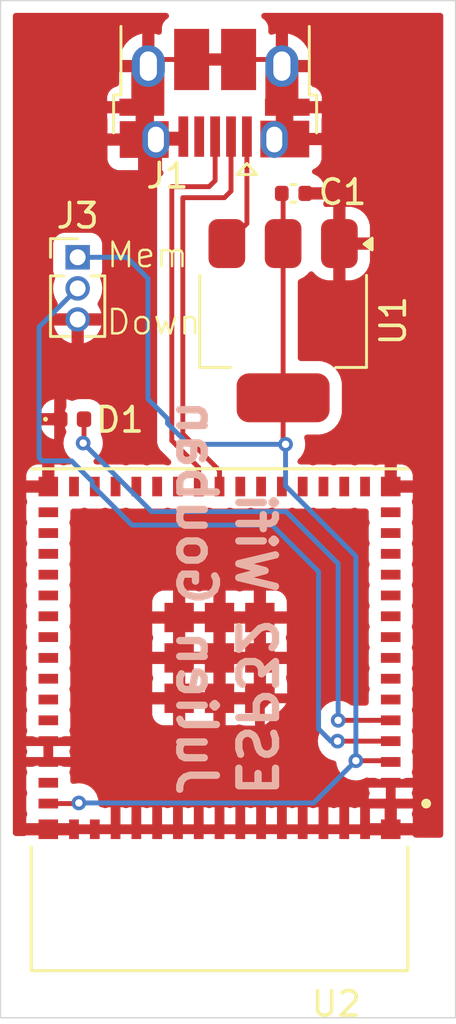
<source format=kicad_pcb>
(kicad_pcb (version 20240108) (generator "pcbnew") (generator_version "8.0")
  (layers (0 "F.Cu" signal) (31 "B.Cu" signal) (34 "B.Paste" user) (35 "F.Paste" user) (36 "B.SilkS" user "B.Silkscreen") (37 "F.SilkS" user "F.Silkscreen") (38 "B.Mask" user) (39 "F.Mask" user) (44 "Edge.Cuts" user))
  (net 0 "")
  (net 1 "+3.3V")
  (net 2 "GND")
  (net 3 "/GPIO1")
  (net 4 "/USB_D+")
  (net 5 "/USB_D-")
  (net 7 "Net-(J1-VBUS)")
  (net 8 "Net-(J3-Pin_2)")
  (footprint "Capacitor_SMD:C_0402_1005Metric" (layer "F.Cu") (at 22.975 19.725)
    (property "Reference" "C1" (at 2.005 -0.05 0) (layer "F.SilkS"))
    (property "Value" "100nf" (hide yes))
    (fp_line (start -0.107836 -0.36) (end 0.107836 -0.36) (stroke (width 0.12)) (layer "F.SilkS"))
    (fp_line (start -0.107836 0.36) (end 0.107836 0.36) (stroke (width 0.12)) (layer "F.SilkS"))
    (pad "1" smd roundrect (at -0.48 0) (size 0.56 0.62) (layers "F.Cu" "F.Paste" "F.Mask") (net 1 "+3.3V"))
    (pad "2" smd roundrect (at 0.48 0) (size 0.56 0.62) (layers "F.Cu" "F.Paste" "F.Mask") (net 2 "GND"))
  )
  (footprint "Connector_PinHeader_1.27mm:PinHeader_1x03_P1.27mm_Vertical" (layer "F.Cu") (at 14.15 22.335)
    (property "Reference" "J3" (at 0 -1.695 0) (layer "F.SilkS"))
    (property "Value" "Conn_01x03_Pin" (hide yes))
    (fp_line (start -1.11 -0.76) (end 0 -0.76) (stroke (width 0.12)) (layer "F.SilkS"))
    (fp_line (start -1.11 0) (end -1.11 -0.76) (stroke (width 0.12)) (layer "F.SilkS"))
    (fp_line (start -1.11 0.76) (end -1.11 3.235) (stroke (width 0.12)) (layer "F.SilkS"))
    (fp_line (start -1.11 0.76) (end -0.563471 0.76) (stroke (width 0.12)) (layer "F.SilkS"))
    (fp_line (start -1.11 3.235) (end -0.30753 3.235) (stroke (width 0.12)) (layer "F.SilkS"))
    (fp_line (start 0.30753 3.235) (end 1.11 3.235) (stroke (width 0.12)) (layer "F.SilkS"))
    (fp_line (start 0.563471 0.76) (end 1.11 0.76) (stroke (width 0.12)) (layer "F.SilkS"))
    (fp_line (start 1.11 0.76) (end 1.11 3.235) (stroke (width 0.12)) (layer "F.SilkS"))
    (pad "1" thru_hole rect (at 0 0) (size 1 1) (drill 0.65) (layers "*.Cu" "*.Mask") (net 1 "+3.3V"))
    (pad "2" thru_hole oval (at 0 1.27) (size 1 1) (drill 0.65) (layers "*.Cu" "*.Mask") (net 8 "Net-(J3-Pin_2)"))
    (pad "3" thru_hole oval (at 0 2.54) (size 1 1) (drill 0.65) (layers "*.Cu" "*.Mask") (net 2 "GND"))
  )
  (footprint "LED_SMD:LED_0402_1005Metric" (layer "F.Cu") (at 13.925 28.95)
    (property "Reference" "D1" (at 1.95 0.025 0) (layer "F.SilkS"))
    (property "Value" "LED" (hide yes))
    (fp_circle (center -1.09 0) (end -1.04 0) (stroke (width 0.1)) (fill none) (layer "F.SilkS"))
    (pad "1" smd roundrect (at -0.485 0) (size 0.59 0.64) (layers "F.Cu" "F.Paste" "F.Mask") (net 2 "GND"))
    (pad "2" smd roundrect (at 0.485 0) (size 0.59 0.64) (layers "F.Cu" "F.Paste" "F.Mask") (net 3 "/GPIO1"))
  )
  (footprint "Package_TO_SOT_SMD:SOT-223-3_TabPin2" (layer "F.Cu") (at 22.55 24.925 -90)
    (property "Reference" "U1" (at 0 -4.5 90) (layer "F.SilkS"))
    (property "Value" "NCP1117-3.3_SOT223" (hide yes))
    (fp_line (start -1.85 3.41) (end 1.91 3.41) (stroke (width 0.12)) (layer "F.SilkS"))
    (fp_line (start 1.91 3.41) (end 1.91 2.15) (stroke (width 0.12)) (layer "F.SilkS"))
    (fp_line (start -1.85 -3.41) (end 1.91 -3.41) (stroke (width 0.12)) (layer "F.SilkS"))
    (fp_line (start 1.91 -3.41) (end 1.91 -2.15) (stroke (width 0.12)) (layer "F.SilkS"))
    (fp_poly (pts (xy -3.13 -3.31) (xy -3.37 -3.64) (xy -2.89 -3.64) (xy -3.13 -3.31)) (stroke (width 0.12)) (fill solid) (layer "F.SilkS"))
    (pad "1" smd roundrect (at -3.15 -2.3 270) (size 2 1.5) (layers "F.Cu" "F.Paste" "F.Mask") (net 2 "GND"))
    (pad "2" smd roundrect (at -3.15 0 270) (size 2 1.5) (layers "F.Cu" "F.Paste" "F.Mask") (net 1 "+3.3V"))
    (pad "2" smd roundrect (at 3.15 0 270) (size 2 3.8) (layers "F.Cu" "F.Paste" "F.Mask") (net 1 "+3.3V"))
    (pad "3" smd roundrect (at -3.15 2.3 270) (size 2 1.5) (layers "F.Cu" "F.Paste" "F.Mask") (net 7 "Net-(J1-VBUS)"))
  )
  (footprint "ESP32-S3-Mini-1-N8:XCVR_ESP32-S3-MINI-1-N8" (layer "F.Cu") (at 19.95 38.7 180)
    (property "Reference" "U2" (at -4.775 -14.135 360) (layer "F.SilkS"))
    (property "Value" "ESP32-S3-MINI-1-N8" (hide yes))
    (fp_line (start 7.7 7.725) (end -7.7 7.725) (stroke (width 0.127)) (layer "F.SilkS"))
    (fp_line (start 7.7 -12.775) (end 7.7 -7.725) (stroke (width 0.127)) (layer "F.SilkS"))
    (fp_line (start -7.7 -7.725) (end -7.7 -12.775) (stroke (width 0.127)) (layer "F.SilkS"))
    (fp_line (start -7.7 -12.775) (end 7.7 -12.775) (stroke (width 0.127)) (layer "F.SilkS"))
    (fp_circle (center -8.45 -5.95) (end -8.35 -5.95) (stroke (width 0.2)) (fill none) (layer "F.SilkS"))
    (pad "1" smd rect (at -7 -5.95 180) (size 0.8 0.4) (layers "F.Cu" "F.Paste" "F.Mask") (net 2 "GND"))
    (pad "2" smd rect (at -7 -5.1 180) (size 0.8 0.4) (layers "F.Cu" "F.Paste" "F.Mask") (net 2 "GND"))
    (pad "3" smd rect (at -7 -4.25 180) (size 0.8 0.4) (layers "F.Cu" "F.Paste" "F.Mask") (net 1 "+3.3V"))
    (pad "4" smd rect (at -7 -3.4 180) (size 0.8 0.4) (layers "F.Cu" "F.Paste" "F.Mask") (net 8 "Net-(J3-Pin_2)"))
    (pad "5" smd rect (at -7 -2.55 180) (size 0.8 0.4) (layers "F.Cu" "F.Paste" "F.Mask") (net 3 "/GPIO1"))
    (pad "6" smd rect (at -7 -1.7 180) (size 0.8 0.4) (layers "F.Cu" "F.Paste" "F.Mask"))
    (pad "7" smd rect (at -7 -0.85 180) (size 0.8 0.4) (layers "F.Cu" "F.Paste" "F.Mask"))
    (pad "8" smd rect (at -7 0 180) (size 0.8 0.4) (layers "F.Cu" "F.Paste" "F.Mask"))
    (pad "9" smd rect (at -7 0.85 180) (size 0.8 0.4) (layers "F.Cu" "F.Paste" "F.Mask"))
    (pad "10" smd rect (at -7 1.7 180) (size 0.8 0.4) (layers "F.Cu" "F.Paste" "F.Mask"))
    (pad "11" smd rect (at -7 2.55 180) (size 0.8 0.4) (layers "F.Cu" "F.Paste" "F.Mask"))
    (pad "12" smd rect (at -7 3.4 180) (size 0.8 0.4) (layers "F.Cu" "F.Paste" "F.Mask"))
    (pad "13" smd rect (at -7 4.25 180) (size 0.8 0.4) (layers "F.Cu" "F.Paste" "F.Mask"))
    (pad "14" smd rect (at -7 5.1 180) (size 0.8 0.4) (layers "F.Cu" "F.Paste" "F.Mask"))
    (pad "15" smd rect (at -7 5.95 180) (size 0.8 0.4) (layers "F.Cu" "F.Paste" "F.Mask"))
    (pad "16" smd rect (at -5.95 7 180) (size 0.4 0.8) (layers "F.Cu" "F.Paste" "F.Mask"))
    (pad "17" smd rect (at -5.1 7 180) (size 0.4 0.8) (layers "F.Cu" "F.Paste" "F.Mask"))
    (pad "18" smd rect (at -4.25 7 180) (size 0.4 0.8) (layers "F.Cu" "F.Paste" "F.Mask"))
    (pad "19" smd rect (at -3.4 7 180) (size 0.4 0.8) (layers "F.Cu" "F.Paste" "F.Mask"))
    (pad "20" smd rect (at -2.55 7 180) (size 0.4 0.8) (layers "F.Cu" "F.Paste" "F.Mask"))
    (pad "21" smd rect (at -1.7 7 180) (size 0.4 0.8) (layers "F.Cu" "F.Paste" "F.Mask"))
    (pad "22" smd rect (at -0.85 7 180) (size 0.4 0.8) (layers "F.Cu" "F.Paste" "F.Mask"))
    (pad "23" smd rect (at 0 7 180) (size 0.4 0.8) (layers "F.Cu" "F.Paste" "F.Mask") (net 5 "/USB_D-"))
    (pad "24" smd rect (at 0.85 7 180) (size 0.4 0.8) (layers "F.Cu" "F.Paste" "F.Mask") (net 4 "/USB_D+"))
    (pad "25" smd rect (at 1.7 7 180) (size 0.4 0.8) (layers "F.Cu" "F.Paste" "F.Mask"))
    (pad "26" smd rect (at 2.55 7 180) (size 0.4 0.8) (layers "F.Cu" "F.Paste" "F.Mask"))
    (pad "27" smd rect (at 3.4 7 180) (size 0.4 0.8) (layers "F.Cu" "F.Paste" "F.Mask"))
    (pad "28" smd rect (at 4.25 7 180) (size 0.4 0.8) (layers "F.Cu" "F.Paste" "F.Mask"))
    (pad "29" smd rect (at 5.1 7 180) (size 0.4 0.8) (layers "F.Cu" "F.Paste" "F.Mask"))
    (pad "30" smd rect (at 5.95 7 180) (size 0.4 0.8) (layers "F.Cu" "F.Paste" "F.Mask"))
    (pad "31" smd rect (at 7 5.95 180) (size 0.8 0.4) (layers "F.Cu" "F.Paste" "F.Mask"))
    (pad "32" smd rect (at 7 5.1 180) (size 0.8 0.4) (layers "F.Cu" "F.Paste" "F.Mask"))
    (pad "33" smd rect (at 7 4.25 180) (size 0.8 0.4) (layers "F.Cu" "F.Paste" "F.Mask"))
    (pad "34" smd rect (at 7 3.4 180) (size 0.8 0.4) (layers "F.Cu" "F.Paste" "F.Mask"))
    (pad "35" smd rect (at 7 2.55 180) (size 0.8 0.4) (layers "F.Cu" "F.Paste" "F.Mask"))
    (pad "36" smd rect (at 7 1.7 180) (size 0.8 0.4) (layers "F.Cu" "F.Paste" "F.Mask"))
    (pad "37" smd rect (at 7 0.85 180) (size 0.8 0.4) (layers "F.Cu" "F.Paste" "F.Mask"))
    (pad "38" smd rect (at 7 0 180) (size 0.8 0.4) (layers "F.Cu" "F.Paste" "F.Mask"))
    (pad "39" smd rect (at 7 -0.85 180) (size 0.8 0.4) (layers "F.Cu" "F.Paste" "F.Mask"))
    (pad "40" smd rect (at 7 -1.7 180) (size 0.8 0.4) (layers "F.Cu" "F.Paste" "F.Mask"))
    (pad "41" smd rect (at 7 -2.55 180) (size 0.8 0.4) (layers "F.Cu" "F.Paste" "F.Mask"))
    (pad "42" smd rect (at 7 -3.4 180) (size 0.8 0.4) (layers "F.Cu" "F.Paste" "F.Mask") (net 2 "GND"))
    (pad "43" smd rect (at 7 -4.25 180) (size 0.8 0.4) (layers "F.Cu" "F.Paste" "F.Mask") (net 2 "GND"))
    (pad "44" smd rect (at 7 -5.1 180) (size 0.8 0.4) (layers "F.Cu" "F.Paste" "F.Mask"))
    (pad "45" smd rect (at 7 -5.95 180) (size 0.8 0.4) (layers "F.Cu" "F.Paste" "F.Mask") (net 1 "+3.3V"))
    (pad "46" smd rect (at 5.95 -7 180) (size 0.4 0.8) (layers "F.Cu" "F.Paste" "F.Mask") (net 2 "GND"))
    (pad "47" smd rect (at 5.1 -7 180) (size 0.4 0.8) (layers "F.Cu" "F.Paste" "F.Mask") (net 2 "GND"))
    (pad "48" smd rect (at 4.25 -7 180) (size 0.4 0.8) (layers "F.Cu" "F.Paste" "F.Mask") (net 2 "GND"))
    (pad "49" smd rect (at 3.4 -7 180) (size 0.4 0.8) (layers "F.Cu" "F.Paste" "F.Mask") (net 2 "GND"))
    (pad "50" smd rect (at 2.55 -7 180) (size 0.4 0.8) (layers "F.Cu" "F.Paste" "F.Mask") (net 2 "GND"))
    (pad "51" smd rect (at 1.7 -7 180) (size 0.4 0.8) (layers "F.Cu" "F.Paste" "F.Mask") (net 2 "GND"))
    (pad "52" smd rect (at 0.85 -7 180) (size 0.4 0.8) (layers "F.Cu" "F.Paste" "F.Mask") (net 2 "GND"))
    (pad "53" smd rect (at 0 -7 180) (size 0.4 0.8) (layers "F.Cu" "F.Paste" "F.Mask") (net 2 "GND"))
    (pad "54" smd rect (at -0.85 -7 180) (size 0.4 0.8) (layers "F.Cu" "F.Paste" "F.Mask") (net 2 "GND"))
    (pad "55" smd rect (at -1.7 -7 180) (size 0.4 0.8) (layers "F.Cu" "F.Paste" "F.Mask") (net 2 "GND"))
    (pad "56" smd rect (at -2.55 -7 180) (size 0.4 0.8) (layers "F.Cu" "F.Paste" "F.Mask") (net 2 "GND"))
    (pad "57" smd rect (at -3.4 -7 180) (size 0.4 0.8) (layers "F.Cu" "F.Paste" "F.Mask") (net 2 "GND"))
    (pad "58" smd rect (at -4.25 -7 180) (size 0.4 0.8) (layers "F.Cu" "F.Paste" "F.Mask") (net 2 "GND"))
    (pad "59" smd rect (at -5.1 -7 180) (size 0.4 0.8) (layers "F.Cu" "F.Paste" "F.Mask") (net 2 "GND"))
    (pad "60" smd rect (at -5.95 -7 180) (size 0.4 0.8) (layers "F.Cu" "F.Paste" "F.Mask") (net 2 "GND"))
    (pad "61" smd rect (at 0 0 180) (size 1.2 1.2) (layers "F.Cu" "F.Paste" "F.Mask") (net 2 "GND"))
    (pad "61_1" smd custom (at -1.65 -1.65 180) (size 0.4 0.4) (layers "F.Cu") (net 2 "GND") (options (clearance outline) (anchor rect)) (primitives (gr_poly (pts (xy -0.6 0.6) (xy 0.6 0.6) (xy 0.6 -0.6) (xy 0 -0.6) (xy -0.6 0)) (width 0.01) (fill yes))))
    (pad "61_2" smd rect (at 0 -1.65 180) (size 1.2 1.2) (layers "F.Cu" "F.Paste" "F.Mask") (net 2 "GND"))
    (pad "61_3" smd rect (at 1.65 -1.65 180) (size 1.2 1.2) (layers "F.Cu" "F.Paste" "F.Mask") (net 2 "GND"))
    (pad "61_4" smd rect (at 1.65 0 180) (size 1.2 1.2) (layers "F.Cu" "F.Paste" "F.Mask") (net 2 "GND"))
    (pad "61_5" smd rect (at 1.65 1.65 180) (size 1.2 1.2) (layers "F.Cu" "F.Paste" "F.Mask") (net 2 "GND"))
    (pad "61_6" smd rect (at 0 1.65 180) (size 1.2 1.2) (layers "F.Cu" "F.Paste" "F.Mask") (net 2 "GND"))
    (pad "61_7" smd rect (at -1.65 1.65 180) (size 1.2 1.2) (layers "F.Cu" "F.Paste" "F.Mask") (net 2 "GND"))
    (pad "61_8" smd rect (at -1.65 0 180) (size 1.2 1.2) (layers "F.Cu" "F.Paste" "F.Mask") (net 2 "GND"))
    (pad "62" smd rect (at -7 -7 180) (size 0.8 0.8) (layers "F.Cu" "F.Paste" "F.Mask") (net 2 "GND"))
    (pad "63" smd rect (at -7 7 180) (size 0.8 0.8) (layers "F.Cu" "F.Paste" "F.Mask") (net 2 "GND"))
    (pad "64" smd rect (at 7 7 180) (size 0.8 0.8) (layers "F.Cu" "F.Paste" "F.Mask") (net 2 "GND"))
    (pad "65" smd rect (at 7 -7 180) (size 0.8 0.8) (layers "F.Cu" "F.Paste" "F.Mask") (net 2 "GND"))
    (zone (net 0) (net_name "") (layer "F.Cu") (connect_pads (clearance 0)) (min_thickness 0.01)
      (keepout (tracks not_allowed) (vias not_allowed) (pads not_allowed) (copperpour not_allowed) (footprints allowed))
      (fill (thermal_gap 0.508) (thermal_bridge_width 0.508))
      (polygon (pts (xy 27.65 51.475) (xy 12.25 51.475) (xy 12.25 46.425) (xy 27.65 46.425)))
    )
  )
  (footprint "Connector_USB:USB_Micro-B_Amphenol_10103594-0001LF_Horizontal" (layer "F.Cu") (at 19.745 15.64 180)
    (property "Reference" "J1" (at 1.925 -3.365 360) (layer "F.SilkS"))
    (property "Value" "USB_B_Micro" (hide yes))
    (fp_line (start 4.125 -0.065) (end 4.125 -1.615) (stroke (width 0.12)) (layer "F.SilkS"))
    (fp_line (start 3.825 2.735) (end 3.825 -0.065) (stroke (width 0.12)) (layer "F.SilkS"))
    (fp_line (start 3.825 -0.065) (end 4.125 -0.065) (stroke (width 0.12)) (layer "F.SilkS"))
    (fp_line (start -0.925 -3.315) (end -1.325 -2.865) (stroke (width 0.12)) (layer "F.SilkS"))
    (fp_line (start -1.325 -2.865) (end -1.725 -3.315) (stroke (width 0.12)) (layer "F.SilkS"))
    (fp_line (start -1.725 -3.315) (end -0.925 -3.315) (stroke (width 0.12)) (layer "F.SilkS"))
    (fp_line (start -3.875 2.735) (end -3.875 -0.065) (stroke (width 0.12)) (layer "F.SilkS"))
    (fp_line (start -4.175 -0.065) (end -3.875 -0.065) (stroke (width 0.12)) (layer "F.SilkS"))
    (fp_line (start -4.175 -0.065) (end -4.175 -1.615) (stroke (width 0.12)) (layer "F.SilkS"))
    (pad "1" smd rect (at -1.325 -1.765 270) (size 1.65 0.4) (layers "F.Cu" "F.Paste" "F.Mask") (net 7 "Net-(J1-VBUS)"))
    (pad "2" smd rect (at -0.675 -1.765 270) (size 1.65 0.4) (layers "F.Cu" "F.Paste" "F.Mask") (net 5 "/USB_D-"))
    (pad "3" smd rect (at -0.025 -1.765 270) (size 1.65 0.4) (layers "F.Cu" "F.Paste" "F.Mask") (net 4 "/USB_D+"))
    (pad "4" smd rect (at 0.625 -1.765 270) (size 1.65 0.4) (layers "F.Cu" "F.Paste" "F.Mask"))
    (pad "5" smd rect (at 1.275 -1.765 270) (size 1.65 0.4) (layers "F.Cu" "F.Paste" "F.Mask") (net 2 "GND"))
    (pad "6" smd rect (at -2.975 -0.565 180) (size 1.825 0.7) (layers "F.Cu" "F.Paste" "F.Mask") (net 2 "GND"))
    (pad "6" smd rect (at -2.875 -1.865 180) (size 2 1.5) (layers "F.Cu" "F.Paste" "F.Mask") (net 2 "GND"))
    (pad "6" smd rect (at -2.755 0.185 180) (size 1.35 2) (layers "F.Cu" "F.Paste" "F.Mask") (net 2 "GND"))
    (pad "6" thru_hole oval (at -2.755 1.115 270) (size 1.7 1.35) (drill oval 1.2 0.7) (layers "*.Cu" "*.Mask") (net 2 "GND"))
    (pad "6" thru_hole oval (at -2.445 -1.885 270) (size 1.5 1.1) (drill oval 1.05 0.65) (layers "*.Cu" "*.Mask") (net 2 "GND"))
    (pad "6" smd rect (at -0.985 1.385 270) (size 2.5 1.43) (layers "F.Cu" "F.Paste" "F.Mask") (net 2 "GND"))
    (pad "6" smd rect (at 0.935 1.385 270) (size 2.5 1.43) (layers "F.Cu" "F.Paste" "F.Mask") (net 2 "GND"))
    (pad "6" thru_hole oval (at 2.395 -1.885 270) (size 1.5 1.1) (drill oval 1.05 0.65) (layers "*.Cu" "*.Mask") (net 2 "GND"))
    (pad "6" thru_hole oval (at 2.705 1.115 270) (size 1.7 1.35) (drill oval 1.2 0.7) (layers "*.Cu" "*.Mask") (net 2 "GND"))
    (pad "6" smd rect (at 2.725 0.185 180) (size 1.35 2) (layers "F.Cu" "F.Paste" "F.Mask") (net 2 "GND"))
    (pad "6" smd rect (at 2.875 -1.885 180) (size 2 1.5) (layers "F.Cu" "F.Paste" "F.Mask") (net 2 "GND"))
    (pad "6" smd rect (at 2.975 -0.565 180) (size 1.825 0.7) (layers "F.Cu" "F.Paste" "F.Mask") (net 2 "GND"))
  )
  (gr_rect (start 11 11.85) (end 29.6 53.4) (stroke (width 0.05)) (fill none) (layer "Edge.Cuts"))
  (gr_text "ESP32 Wifi\nJulien Gouban" (at 18.125 44.475 270) (layer "B.SilkS") (effects (font (size 1.5 1.5) (thickness 0.3) (bold yes)) (justify left bottom mirror)))
  (gr_text "Mem\n" (at 15.275 22.825 0) (layer "F.SilkS") (effects (font (size 1 1) (thickness 0.1)) (justify left bottom)))
  (gr_text "Down\n" (at 15.26 25.57 0) (layer "F.SilkS") (effects (font (size 1 1) (thickness 0.1)) (justify left bottom)))
  (segment (start 22.55 19.78) (end 22.495 19.725) (width 0.2) (layer "F.Cu") (net 1))
  (segment (start 22.55 21.775) (end 22.55 28.075) (width 0.2) (layer "F.Cu") (net 1))
  (segment (start 12.95 44.65) (end 14.175 44.65) (width 0.2) (layer "F.Cu") (net 1))
  (segment (start 14.175 44.65) (end 14.2 44.625) (width 0.2) (layer "F.Cu") (net 1))
  (segment (start 26.9 42.9) (end 26.95 42.95) (width 0.2) (layer "F.Cu") (net 1))
  (segment (start 22.55 29.875) (end 22.65 29.975) (width 0.2) (layer "F.Cu") (net 1))
  (segment (start 22.55 21.775) (end 22.55 19.78) (width 0.2) (layer "F.Cu") (net 1))
  (segment (start 25.525 42.9) (end 26.9 42.9) (width 0.2) (layer "F.Cu") (net 1))
  (segment (start 22.55 28.075) (end 22.55 29.875) (width 0.2) (layer "F.Cu") (net 1))
  (via (at 14.2 44.625) (size 0.6) (drill 0.3) (layers "F.Cu" "B.Cu") (net 1))
  (via (at 22.65 29.975) (size 0.6) (drill 0.3) (layers "F.Cu" "B.Cu") (net 1))
  (via (at 25.525 42.9) (size 0.6) (drill 0.3) (layers "F.Cu" "B.Cu") (net 1))
  (segment (start 22.65 29.975) (end 22.65 31.675) (width 0.2) (layer "B.Cu") (net 1))
  (segment (start 17.025 23.2) (end 16.16 22.335) (width 0.2) (layer "B.Cu") (net 1))
  (segment (start 18.675 29.975) (end 17.825 29.125) (width 0.2) (layer "B.Cu") (net 1))
  (segment (start 17.825 28.925) (end 17.025 28.125) (width 0.2) (layer "B.Cu") (net 1))
  (segment (start 25.525 34.55) (end 25.525 42.9) (width 0.2) (layer "B.Cu") (net 1))
  (segment (start 22.65 31.675) (end 25.525 34.55) (width 0.2) (layer "B.Cu") (net 1))
  (segment (start 23.8 44.625) (end 25.525 42.9) (width 0.2) (layer "B.Cu") (net 1))
  (segment (start 22.65 29.975) (end 18.675 29.975) (width 0.2) (layer "B.Cu") (net 1))
  (segment (start 17.825 29.125) (end 17.825 28.925) (width 0.2) (layer "B.Cu") (net 1))
  (segment (start 16.16 22.335) (end 14.15 22.335) (width 0.2) (layer "B.Cu") (net 1))
  (segment (start 14.2 44.625) (end 23.8 44.625) (width 0.2) (layer "B.Cu") (net 1))
  (segment (start 17.025 28.125) (end 17.025 23.2) (width 0.2) (layer "B.Cu") (net 1))
  (segment (start 20.73 14.255) (end 22.23 14.255) (width 0.2) (layer "F.Cu") (net 2))
  (segment (start 22.23 14.255) (end 22.5 14.525) (width 0.2) (layer "F.Cu") (net 2))
  (segment (start 18.81 14.255) (end 17.31 14.255) (width 0.2) (layer "F.Cu") (net 2))
  (segment (start 17.31 14.255) (end 17.04 14.525) (width 0.2) (layer "F.Cu") (net 2))
  (segment (start 26.95 41.25) (end 24.8 41.25) (width 0.2) (layer "F.Cu") (net 3))
  (segment (start 14.41 28.95) (end 14.41 29.89) (width 0.2) (layer "F.Cu") (net 3))
  (segment (start 14.41 29.89) (end 14.375 29.925) (width 0.2) (layer "F.Cu") (net 3))
  (via (at 24.8 41.25) (size 0.6) (drill 0.3) (layers "F.Cu" "B.Cu") (net 3))
  (via (at 14.375 29.925) (size 0.6) (drill 0.3) (layers "F.Cu" "B.Cu") (net 3))
  (segment (start 17.175 32.725) (end 22.675 32.725) (width 0.2) (layer "B.Cu") (net 3))
  (segment (start 24.8 34.85) (end 24.8 41.25) (width 0.2) (layer "B.Cu") (net 3))
  (segment (start 14.375 29.925) (end 17.175 32.725) (width 0.2) (layer "B.Cu") (net 3))
  (segment (start 22.675 32.725) (end 24.8 34.85) (width 0.2) (layer "B.Cu") (net 3))
  (segment (start 19.77 19.205) (end 19.525 19.45) (width 0.2) (layer "F.Cu") (net 4))
  (segment (start 19.1 30.925) (end 19.1 31.7) (width 0.2) (layer "F.Cu") (net 4))
  (segment (start 18 19.45) (end 18 29.825) (width 0.2) (layer "F.Cu") (net 4))
  (segment (start 19.525 19.45) (end 18 19.45) (width 0.2) (layer "F.Cu") (net 4))
  (segment (start 18 29.825) (end 19.1 30.925) (width 0.2) (layer "F.Cu") (net 4))
  (segment (start 19.77 17.405) (end 19.77 19.205) (width 0.2) (layer "F.Cu") (net 4))
  (segment (start 20.42 19.63) (end 20.15 19.9) (width 0.2) (layer "F.Cu") (net 5))
  (segment (start 18.45 29.55) (end 19.95 31.05) (width 0.2) (layer "F.Cu") (net 5))
  (segment (start 18.45 19.9) (end 18.45 29.55) (width 0.2) (layer "F.Cu") (net 5))
  (segment (start 19.95 31.05) (end 19.95 31.7) (width 0.2) (layer "F.Cu") (net 5))
  (segment (start 20.15 19.9) (end 18.45 19.9) (width 0.2) (layer "F.Cu") (net 5))
  (segment (start 20.42 17.405) (end 20.42 19.63) (width 0.2) (layer "F.Cu") (net 5))
  (segment (start 20.25 21.775) (end 21.07 20.955) (width 0.2) (layer "F.Cu") (net 7))
  (segment (start 21.07 20.955) (end 21.07 17.405) (width 0.2) (layer "F.Cu") (net 7))
  (segment (start 26.95 42.1) (end 24.775 42.1) (width 0.2) (layer "F.Cu") (net 8))
  (via (at 24.775 42.1) (size 0.6) (drill 0.3) (layers "F.Cu" "B.Cu") (net 8))
  (segment (start 12.575 25.18) (end 14.15 23.605) (width 0.2) (layer "B.Cu") (net 8))
  (segment (start 22.1 33.275) (end 16.375 33.275) (width 0.2) (layer "B.Cu") (net 8))
  (segment (start 14.75 31.5) (end 13.9 30.65) (width 0.2) (layer "B.Cu") (net 8))
  (segment (start 24 41.6) (end 24 35.175) (width 0.2) (layer "B.Cu") (net 8))
  (segment (start 24 35.175) (end 22.1 33.275) (width 0.2) (layer "B.Cu") (net 8))
  (segment (start 14.75 31.65) (end 14.75 31.5) (width 0.2) (layer "B.Cu") (net 8))
  (segment (start 12.575 30.525) (end 12.575 25.18) (width 0.2) (layer "B.Cu") (net 8))
  (segment (start 16.375 33.275) (end 14.75 31.65) (width 0.2) (layer "B.Cu") (net 8))
  (segment (start 24.5 42.1) (end 24 41.6) (width 0.2) (layer "B.Cu") (net 8))
  (segment (start 12.7 30.65) (end 12.575 30.525) (width 0.2) (layer "B.Cu") (net 8))
  (segment (start 24.775 42.1) (end 24.5 42.1) (width 0.2) (layer "B.Cu") (net 8))
  (segment (start 13.9 30.65) (end 12.7 30.65) (width 0.2) (layer "B.Cu") (net 8))
  (zone (net 2) (net_name "GND") (layer "F.Cu") (connect_pads (clearance 0.5)) (min_thickness 0.25) (fill yes (thermal_gap 0.5) (thermal_bridge_width 0.5))
    (polygon (pts (xy 11 11.85) (xy 29.6 11.85) (xy 29.575 46.05) (xy 11.025 45.975)))
  )
)
</source>
